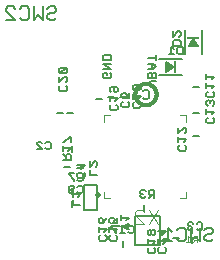
<source format=gbr>
G04 EAGLE Gerber RS-274X export*
G75*
%MOMM*%
%FSLAX34Y34*%
%LPD*%
%INSilkscreen Bottom*%
%IPPOS*%
%AMOC8*
5,1,8,0,0,1.08239X$1,22.5*%
G01*
%ADD10C,0.304800*%
%ADD11C,0.203200*%
%ADD12C,0.152400*%
%ADD13R,0.200000X1.000000*%
%ADD14C,0.127000*%
%ADD15C,0.101600*%
%ADD16R,1.000000X0.200000*%
%ADD17C,0.500000*%
%ADD18C,0.120000*%

G36*
X37631Y178605D02*
X37631Y178605D01*
X37703Y178605D01*
X37771Y178625D01*
X37842Y178635D01*
X37907Y178664D01*
X37976Y178684D01*
X38036Y178722D01*
X38101Y178751D01*
X38156Y178797D01*
X38216Y178835D01*
X38264Y178889D01*
X38318Y178935D01*
X38358Y178994D01*
X38405Y179048D01*
X38436Y179112D01*
X38476Y179171D01*
X38497Y179240D01*
X38528Y179304D01*
X38540Y179374D01*
X38561Y179442D01*
X38563Y179514D01*
X38575Y179585D01*
X38567Y179655D01*
X38569Y179726D01*
X38550Y179796D01*
X38542Y179867D01*
X38517Y179922D01*
X38497Y180001D01*
X38436Y180104D01*
X38405Y180173D01*
X36405Y183173D01*
X36328Y183260D01*
X36255Y183350D01*
X36233Y183365D01*
X36215Y183385D01*
X36118Y183447D01*
X36023Y183514D01*
X35997Y183522D01*
X35975Y183537D01*
X35864Y183569D01*
X35754Y183607D01*
X35727Y183608D01*
X35702Y183615D01*
X35586Y183615D01*
X35470Y183621D01*
X35444Y183615D01*
X35417Y183615D01*
X35306Y183583D01*
X35193Y183557D01*
X35170Y183544D01*
X35144Y183536D01*
X35046Y183474D01*
X34945Y183418D01*
X34929Y183400D01*
X34904Y183385D01*
X34719Y183177D01*
X34715Y183173D01*
X32715Y180173D01*
X32684Y180109D01*
X32645Y180049D01*
X32623Y179981D01*
X32592Y179917D01*
X32580Y179846D01*
X32559Y179778D01*
X32557Y179707D01*
X32545Y179637D01*
X32553Y179565D01*
X32551Y179494D01*
X32569Y179425D01*
X32578Y179354D01*
X32605Y179288D01*
X32623Y179219D01*
X32660Y179158D01*
X32687Y179092D01*
X32732Y179036D01*
X32769Y178974D01*
X32820Y178925D01*
X32865Y178870D01*
X32924Y178829D01*
X32976Y178780D01*
X33039Y178747D01*
X33097Y178706D01*
X33165Y178683D01*
X33229Y178650D01*
X33288Y178640D01*
X33366Y178613D01*
X33485Y178607D01*
X33560Y178595D01*
X37560Y178595D01*
X37631Y178605D01*
G37*
G36*
X14428Y157140D02*
X14428Y157140D01*
X14499Y157138D01*
X14569Y157157D01*
X14640Y157165D01*
X14695Y157190D01*
X14774Y157210D01*
X14877Y157271D01*
X14946Y157302D01*
X17946Y159302D01*
X18033Y159379D01*
X18123Y159452D01*
X18138Y159474D01*
X18158Y159492D01*
X18220Y159589D01*
X18287Y159684D01*
X18295Y159710D01*
X18310Y159732D01*
X18342Y159843D01*
X18380Y159953D01*
X18381Y159980D01*
X18388Y160005D01*
X18388Y160121D01*
X18394Y160237D01*
X18388Y160263D01*
X18388Y160290D01*
X18356Y160401D01*
X18330Y160514D01*
X18317Y160537D01*
X18309Y160563D01*
X18247Y160661D01*
X18191Y160762D01*
X18173Y160778D01*
X18158Y160803D01*
X17950Y160988D01*
X17946Y160992D01*
X14946Y162992D01*
X14882Y163023D01*
X14822Y163063D01*
X14754Y163084D01*
X14690Y163115D01*
X14619Y163127D01*
X14551Y163148D01*
X14480Y163150D01*
X14410Y163162D01*
X14338Y163154D01*
X14267Y163156D01*
X14198Y163138D01*
X14127Y163129D01*
X14061Y163102D01*
X13992Y163084D01*
X13931Y163047D01*
X13865Y163020D01*
X13809Y162975D01*
X13747Y162939D01*
X13698Y162887D01*
X13643Y162842D01*
X13602Y162784D01*
X13553Y162731D01*
X13520Y162668D01*
X13479Y162610D01*
X13456Y162542D01*
X13423Y162478D01*
X13413Y162419D01*
X13386Y162341D01*
X13380Y162222D01*
X13368Y162147D01*
X13368Y158147D01*
X13378Y158076D01*
X13378Y158004D01*
X13398Y157936D01*
X13408Y157866D01*
X13437Y157800D01*
X13457Y157731D01*
X13495Y157671D01*
X13524Y157606D01*
X13570Y157551D01*
X13608Y157491D01*
X13662Y157443D01*
X13708Y157389D01*
X13767Y157349D01*
X13821Y157302D01*
X13885Y157271D01*
X13944Y157232D01*
X14013Y157210D01*
X14077Y157179D01*
X14147Y157167D01*
X14215Y157146D01*
X14287Y157144D01*
X14358Y157132D01*
X14428Y157140D01*
G37*
D10*
X-13425Y136906D02*
X-13422Y137126D01*
X-13414Y137347D01*
X-13401Y137567D01*
X-13382Y137786D01*
X-13357Y138005D01*
X-13328Y138224D01*
X-13293Y138441D01*
X-13252Y138658D01*
X-13207Y138874D01*
X-13156Y139088D01*
X-13100Y139301D01*
X-13038Y139513D01*
X-12972Y139723D01*
X-12900Y139931D01*
X-12823Y140138D01*
X-12741Y140342D01*
X-12655Y140545D01*
X-12563Y140745D01*
X-12466Y140944D01*
X-12365Y141139D01*
X-12258Y141332D01*
X-12147Y141523D01*
X-12032Y141710D01*
X-11912Y141895D01*
X-11787Y142077D01*
X-11658Y142255D01*
X-11524Y142431D01*
X-11387Y142603D01*
X-11245Y142771D01*
X-11099Y142937D01*
X-10949Y143098D01*
X-10795Y143256D01*
X-10637Y143410D01*
X-10476Y143560D01*
X-10310Y143706D01*
X-10142Y143848D01*
X-9970Y143985D01*
X-9794Y144119D01*
X-9616Y144248D01*
X-9434Y144373D01*
X-9249Y144493D01*
X-9062Y144608D01*
X-8871Y144719D01*
X-8678Y144826D01*
X-8483Y144927D01*
X-8284Y145024D01*
X-8084Y145116D01*
X-7881Y145202D01*
X-7677Y145284D01*
X-7470Y145361D01*
X-7262Y145433D01*
X-7052Y145499D01*
X-6840Y145561D01*
X-6627Y145617D01*
X-6413Y145668D01*
X-6197Y145713D01*
X-5980Y145754D01*
X-5763Y145789D01*
X-5544Y145818D01*
X-5325Y145843D01*
X-5106Y145862D01*
X-4886Y145875D01*
X-4665Y145883D01*
X-4445Y145886D01*
X-4225Y145883D01*
X-4004Y145875D01*
X-3784Y145862D01*
X-3565Y145843D01*
X-3346Y145818D01*
X-3127Y145789D01*
X-2910Y145754D01*
X-2693Y145713D01*
X-2477Y145668D01*
X-2263Y145617D01*
X-2050Y145561D01*
X-1838Y145499D01*
X-1628Y145433D01*
X-1420Y145361D01*
X-1213Y145284D01*
X-1009Y145202D01*
X-806Y145116D01*
X-606Y145024D01*
X-407Y144927D01*
X-212Y144826D01*
X-19Y144719D01*
X172Y144608D01*
X359Y144493D01*
X544Y144373D01*
X726Y144248D01*
X904Y144119D01*
X1080Y143985D01*
X1252Y143848D01*
X1420Y143706D01*
X1586Y143560D01*
X1747Y143410D01*
X1905Y143256D01*
X2059Y143098D01*
X2209Y142937D01*
X2355Y142771D01*
X2497Y142603D01*
X2634Y142431D01*
X2768Y142255D01*
X2897Y142077D01*
X3022Y141895D01*
X3142Y141710D01*
X3257Y141523D01*
X3368Y141332D01*
X3475Y141139D01*
X3576Y140944D01*
X3673Y140745D01*
X3765Y140545D01*
X3851Y140342D01*
X3933Y140138D01*
X4010Y139931D01*
X4082Y139723D01*
X4148Y139513D01*
X4210Y139301D01*
X4266Y139088D01*
X4317Y138874D01*
X4362Y138658D01*
X4403Y138441D01*
X4438Y138224D01*
X4467Y138005D01*
X4492Y137786D01*
X4511Y137567D01*
X4524Y137347D01*
X4532Y137126D01*
X4535Y136906D01*
X4532Y136686D01*
X4524Y136465D01*
X4511Y136245D01*
X4492Y136026D01*
X4467Y135807D01*
X4438Y135588D01*
X4403Y135371D01*
X4362Y135154D01*
X4317Y134938D01*
X4266Y134724D01*
X4210Y134511D01*
X4148Y134299D01*
X4082Y134089D01*
X4010Y133881D01*
X3933Y133674D01*
X3851Y133470D01*
X3765Y133267D01*
X3673Y133067D01*
X3576Y132868D01*
X3475Y132673D01*
X3368Y132480D01*
X3257Y132289D01*
X3142Y132102D01*
X3022Y131917D01*
X2897Y131735D01*
X2768Y131557D01*
X2634Y131381D01*
X2497Y131209D01*
X2355Y131041D01*
X2209Y130875D01*
X2059Y130714D01*
X1905Y130556D01*
X1747Y130402D01*
X1586Y130252D01*
X1420Y130106D01*
X1252Y129964D01*
X1080Y129827D01*
X904Y129693D01*
X726Y129564D01*
X544Y129439D01*
X359Y129319D01*
X172Y129204D01*
X-19Y129093D01*
X-212Y128986D01*
X-407Y128885D01*
X-606Y128788D01*
X-806Y128696D01*
X-1009Y128610D01*
X-1213Y128528D01*
X-1420Y128451D01*
X-1628Y128379D01*
X-1838Y128313D01*
X-2050Y128251D01*
X-2263Y128195D01*
X-2477Y128144D01*
X-2693Y128099D01*
X-2910Y128058D01*
X-3127Y128023D01*
X-3346Y127994D01*
X-3565Y127969D01*
X-3784Y127950D01*
X-4004Y127937D01*
X-4225Y127929D01*
X-4445Y127926D01*
X-4665Y127929D01*
X-4886Y127937D01*
X-5106Y127950D01*
X-5325Y127969D01*
X-5544Y127994D01*
X-5763Y128023D01*
X-5980Y128058D01*
X-6197Y128099D01*
X-6413Y128144D01*
X-6627Y128195D01*
X-6840Y128251D01*
X-7052Y128313D01*
X-7262Y128379D01*
X-7470Y128451D01*
X-7677Y128528D01*
X-7881Y128610D01*
X-8084Y128696D01*
X-8284Y128788D01*
X-8483Y128885D01*
X-8678Y128986D01*
X-8871Y129093D01*
X-9062Y129204D01*
X-9249Y129319D01*
X-9434Y129439D01*
X-9616Y129564D01*
X-9794Y129693D01*
X-9970Y129827D01*
X-10142Y129964D01*
X-10310Y130106D01*
X-10476Y130252D01*
X-10637Y130402D01*
X-10795Y130556D01*
X-10949Y130714D01*
X-11099Y130875D01*
X-11245Y131041D01*
X-11387Y131209D01*
X-11524Y131381D01*
X-11658Y131557D01*
X-11787Y131735D01*
X-11912Y131917D01*
X-12032Y132102D01*
X-12147Y132289D01*
X-12258Y132480D01*
X-12365Y132673D01*
X-12466Y132868D01*
X-12563Y133067D01*
X-12655Y133267D01*
X-12741Y133470D01*
X-12823Y133674D01*
X-12900Y133881D01*
X-12972Y134089D01*
X-13038Y134299D01*
X-13100Y134511D01*
X-13156Y134724D01*
X-13207Y134938D01*
X-13252Y135154D01*
X-13293Y135371D01*
X-13328Y135588D01*
X-13357Y135807D01*
X-13382Y136026D01*
X-13401Y136245D01*
X-13414Y136465D01*
X-13422Y136686D01*
X-13425Y136906D01*
D11*
X-7328Y139621D02*
X-5972Y140977D01*
X-3261Y140977D01*
X-1905Y139621D01*
X-1905Y134198D01*
X-3261Y132842D01*
X-5972Y132842D01*
X-7328Y134198D01*
X-66675Y93472D02*
X-66675Y88392D01*
D12*
X-88522Y97034D02*
X-89623Y95932D01*
X-88522Y97034D02*
X-86319Y97034D01*
X-85217Y95932D01*
X-85217Y91526D01*
X-86319Y90424D01*
X-88522Y90424D01*
X-89623Y91526D01*
X-92701Y90424D02*
X-97108Y90424D01*
X-97108Y94830D02*
X-92701Y90424D01*
X-97108Y94830D02*
X-97108Y95932D01*
X-96006Y97034D01*
X-93803Y97034D01*
X-92701Y95932D01*
D11*
X6383Y167147D02*
X26383Y167147D01*
X26383Y153147D02*
X6383Y153147D01*
X12883Y164147D02*
X18883Y160147D01*
X12883Y164147D02*
X12883Y156147D01*
X18883Y160147D01*
D13*
X19883Y160147D03*
D12*
X26621Y170909D02*
X26621Y177519D01*
X26621Y170909D02*
X23316Y170909D01*
X22215Y172011D01*
X22215Y176417D01*
X23316Y177519D01*
X26621Y177519D01*
X19137Y175315D02*
X16934Y177519D01*
X16934Y170909D01*
X19137Y170909D02*
X14730Y170909D01*
D14*
X46985Y24140D02*
X45079Y22233D01*
X46985Y24140D02*
X50798Y24140D01*
X52705Y22233D01*
X52705Y20327D01*
X50798Y18420D01*
X46985Y18420D01*
X45079Y16513D01*
X45079Y14607D01*
X46985Y12700D01*
X50798Y12700D01*
X52705Y14607D01*
X41011Y12700D02*
X41011Y24140D01*
X37198Y16513D02*
X41011Y12700D01*
X37198Y16513D02*
X33385Y12700D01*
X33385Y24140D01*
X23597Y24140D02*
X21691Y22233D01*
X23597Y24140D02*
X27410Y24140D01*
X29317Y22233D01*
X29317Y14607D01*
X27410Y12700D01*
X23597Y12700D01*
X21691Y14607D01*
X17623Y20327D02*
X13810Y24140D01*
X13810Y12700D01*
X17623Y12700D02*
X9997Y12700D01*
D11*
X-57912Y75057D02*
X-62992Y75057D01*
D12*
X-59938Y43071D02*
X-66548Y43071D01*
X-66548Y47477D01*
X-62142Y50555D02*
X-59938Y52758D01*
X-66548Y52758D01*
X-66548Y50555D02*
X-66548Y54961D01*
D11*
X-68961Y75184D02*
X-74041Y75184D01*
D12*
X-57292Y70827D02*
X-56190Y69726D01*
X-56190Y67523D01*
X-57292Y66421D01*
X-61698Y66421D01*
X-62800Y67523D01*
X-62800Y69726D01*
X-61698Y70827D01*
X-62800Y77210D02*
X-56190Y77210D01*
X-59495Y73905D01*
X-59495Y78312D01*
D11*
X-36576Y134874D02*
X-31496Y134874D01*
D12*
X-19827Y130517D02*
X-18725Y129416D01*
X-18725Y127213D01*
X-19827Y126111D01*
X-24233Y126111D01*
X-25335Y127213D01*
X-25335Y129416D01*
X-24233Y130517D01*
X-18725Y133595D02*
X-18725Y138002D01*
X-18725Y133595D02*
X-22030Y133595D01*
X-20929Y135798D01*
X-20929Y136900D01*
X-22030Y138002D01*
X-24233Y138002D01*
X-25335Y136900D01*
X-25335Y134697D01*
X-24233Y133595D01*
D11*
X-66929Y57658D02*
X-66929Y52578D01*
D12*
X-62572Y69327D02*
X-61471Y70429D01*
X-59268Y70429D01*
X-58166Y69327D01*
X-58166Y64921D01*
X-59268Y63819D01*
X-61471Y63819D01*
X-62572Y64921D01*
X-65650Y70429D02*
X-70057Y70429D01*
X-70057Y69327D01*
X-65650Y64921D01*
X-65650Y63819D01*
D11*
X-66802Y46990D02*
X-66802Y41910D01*
D12*
X-62445Y58659D02*
X-61344Y59761D01*
X-59141Y59761D01*
X-58039Y58659D01*
X-58039Y54253D01*
X-59141Y53151D01*
X-61344Y53151D01*
X-62445Y54253D01*
X-65523Y54253D02*
X-66625Y53151D01*
X-68828Y53151D01*
X-69930Y54253D01*
X-69930Y58659D01*
X-68828Y59761D01*
X-66625Y59761D01*
X-65523Y58659D01*
X-65523Y57557D01*
X-66625Y56456D01*
X-69930Y56456D01*
D11*
X-46132Y60484D02*
X-46132Y39338D01*
X-46132Y60484D02*
X-57245Y60484D01*
X-57246Y39338D01*
X-46132Y39338D01*
D12*
X-45587Y68453D02*
X-52197Y68453D01*
X-52197Y72859D01*
X-52197Y75937D02*
X-52197Y80344D01*
X-47791Y80344D02*
X-52197Y75937D01*
X-47791Y80344D02*
X-46689Y80344D01*
X-45587Y79242D01*
X-45587Y77039D01*
X-46689Y75937D01*
D11*
X-26797Y134620D02*
X-21717Y134620D01*
D12*
X-10048Y130263D02*
X-8946Y129162D01*
X-8946Y126959D01*
X-10048Y125857D01*
X-14454Y125857D01*
X-15556Y126959D01*
X-15556Y129162D01*
X-14454Y130263D01*
X-11150Y133341D02*
X-8946Y135544D01*
X-15556Y135544D01*
X-15556Y133341D02*
X-15556Y137748D01*
X-14454Y140825D02*
X-10048Y140825D01*
X-8946Y141927D01*
X-8946Y144130D01*
X-10048Y145232D01*
X-14454Y145232D01*
X-15556Y144130D01*
X-15556Y141927D01*
X-14454Y140825D01*
X-10048Y145232D01*
D11*
X35433Y143510D02*
X40513Y143510D01*
D12*
X52182Y139153D02*
X53284Y138052D01*
X53284Y135849D01*
X52182Y134747D01*
X47776Y134747D01*
X46674Y135849D01*
X46674Y138052D01*
X47776Y139153D01*
X51080Y142231D02*
X53284Y144434D01*
X46674Y144434D01*
X46674Y142231D02*
X46674Y146638D01*
X51080Y149715D02*
X53284Y151919D01*
X46674Y151919D01*
X46674Y154122D02*
X46674Y149715D01*
D11*
X40767Y101600D02*
X35687Y101600D01*
D12*
X28430Y93841D02*
X29532Y92739D01*
X29532Y90536D01*
X28430Y89435D01*
X24024Y89435D01*
X22922Y90536D01*
X22922Y92739D01*
X24024Y93841D01*
X27328Y96919D02*
X29532Y99122D01*
X22922Y99122D01*
X22922Y96919D02*
X22922Y101325D01*
X22922Y104403D02*
X22922Y108809D01*
X22922Y104403D02*
X27328Y108809D01*
X28430Y108809D01*
X29532Y107708D01*
X29532Y105504D01*
X28430Y104403D01*
D11*
X35433Y121285D02*
X40513Y121285D01*
D12*
X52182Y116928D02*
X53284Y115827D01*
X53284Y113624D01*
X52182Y112522D01*
X47776Y112522D01*
X46674Y113624D01*
X46674Y115827D01*
X47776Y116928D01*
X51080Y120006D02*
X53284Y122209D01*
X46674Y122209D01*
X46674Y120006D02*
X46674Y124413D01*
X52182Y127490D02*
X53284Y128592D01*
X53284Y130795D01*
X52182Y131897D01*
X51080Y131897D01*
X49979Y130795D01*
X49979Y129694D01*
X49979Y130795D02*
X48877Y131897D01*
X47776Y131897D01*
X46674Y130795D01*
X46674Y128592D01*
X47776Y127490D01*
D11*
X23622Y15240D02*
X18542Y15240D01*
D12*
X11285Y7481D02*
X12387Y6379D01*
X12387Y4176D01*
X11285Y3075D01*
X6879Y3075D01*
X5777Y4176D01*
X5777Y6379D01*
X6879Y7481D01*
X10183Y10559D02*
X12387Y12762D01*
X5777Y12762D01*
X5777Y10559D02*
X5777Y14965D01*
X5777Y21348D02*
X12387Y21348D01*
X9082Y18043D01*
X9082Y22449D01*
D11*
X-17653Y25400D02*
X-22733Y25400D01*
D12*
X-29990Y17641D02*
X-28888Y16539D01*
X-28888Y14336D01*
X-29990Y13235D01*
X-34396Y13235D01*
X-35498Y14336D01*
X-35498Y16539D01*
X-34396Y17641D01*
X-31092Y20719D02*
X-28888Y22922D01*
X-35498Y22922D01*
X-35498Y20719D02*
X-35498Y25125D01*
X-28888Y28203D02*
X-28888Y32609D01*
X-28888Y28203D02*
X-32193Y28203D01*
X-31092Y30406D01*
X-31092Y31508D01*
X-32193Y32609D01*
X-34396Y32609D01*
X-35498Y31508D01*
X-35498Y29304D01*
X-34396Y28203D01*
D11*
X-31623Y25400D02*
X-26543Y25400D01*
D12*
X-37778Y16539D02*
X-38880Y17641D01*
X-37778Y16539D02*
X-37778Y14336D01*
X-38880Y13235D01*
X-43286Y13235D01*
X-44388Y14336D01*
X-44388Y16539D01*
X-43286Y17641D01*
X-39982Y20719D02*
X-37778Y22922D01*
X-44388Y22922D01*
X-44388Y20719D02*
X-44388Y25125D01*
X-38880Y30406D02*
X-37778Y32609D01*
X-38880Y30406D02*
X-41083Y28203D01*
X-43286Y28203D01*
X-44388Y29304D01*
X-44388Y31508D01*
X-43286Y32609D01*
X-42185Y32609D01*
X-41083Y31508D01*
X-41083Y28203D01*
D14*
X-13675Y34471D02*
X-13675Y9471D01*
X7325Y9471D01*
X7325Y34471D01*
X-13675Y34471D01*
D12*
X-19211Y23085D02*
X-20313Y23085D01*
X-22516Y25288D01*
X-20313Y27491D01*
X-19211Y27491D01*
X-22516Y25288D02*
X-25821Y25288D01*
X-21415Y30569D02*
X-19211Y32772D01*
X-25821Y32772D01*
X-25821Y30569D02*
X-25821Y34975D01*
D11*
X-23749Y13208D02*
X-23749Y8128D01*
D12*
X-19392Y24877D02*
X-18291Y25979D01*
X-16088Y25979D01*
X-14986Y24877D01*
X-14986Y20471D01*
X-16088Y19369D01*
X-18291Y19369D01*
X-19392Y20471D01*
X-22470Y23775D02*
X-24673Y25979D01*
X-24673Y19369D01*
X-22470Y19369D02*
X-26877Y19369D01*
X-29954Y25979D02*
X-34361Y25979D01*
X-34361Y24877D01*
X-29954Y20471D01*
X-29954Y19369D01*
D11*
X9652Y14986D02*
X14732Y14986D01*
D12*
X3497Y6125D02*
X2395Y7227D01*
X3497Y6125D02*
X3497Y3922D01*
X2395Y2821D01*
X-2011Y2821D01*
X-3113Y3922D01*
X-3113Y6125D01*
X-2011Y7227D01*
X1293Y10305D02*
X3497Y12508D01*
X-3113Y12508D01*
X-3113Y10305D02*
X-3113Y14711D01*
X2395Y17789D02*
X3497Y18890D01*
X3497Y21094D01*
X2395Y22195D01*
X1293Y22195D01*
X192Y21094D01*
X-910Y22195D01*
X-2011Y22195D01*
X-3113Y21094D01*
X-3113Y18890D01*
X-2011Y17789D01*
X-910Y17789D01*
X192Y18890D01*
X1293Y17789D01*
X2395Y17789D01*
X192Y18890D02*
X192Y21094D01*
D11*
X-6096Y38227D02*
X-6096Y43307D01*
D12*
X2667Y49468D02*
X2667Y56078D01*
X-638Y56078D01*
X-1739Y54976D01*
X-1739Y52773D01*
X-638Y51671D01*
X2667Y51671D01*
X464Y51671D02*
X-1739Y49468D01*
X-4817Y54976D02*
X-5919Y56078D01*
X-8122Y56078D01*
X-9224Y54976D01*
X-9224Y53874D01*
X-8122Y52773D01*
X-7020Y52773D01*
X-8122Y52773D02*
X-9224Y51671D01*
X-9224Y50570D01*
X-8122Y49468D01*
X-5919Y49468D01*
X-4817Y50570D01*
D11*
X34290Y15875D02*
X34290Y10795D01*
D12*
X38647Y27544D02*
X39748Y28646D01*
X41951Y28646D01*
X43053Y27544D01*
X43053Y23138D01*
X41951Y22036D01*
X39748Y22036D01*
X38647Y23138D01*
X35569Y27544D02*
X34467Y28646D01*
X32264Y28646D01*
X31162Y27544D01*
X31162Y26442D01*
X32264Y25341D01*
X33366Y25341D01*
X32264Y25341D02*
X31162Y24239D01*
X31162Y23138D01*
X32264Y22036D01*
X34467Y22036D01*
X35569Y23138D01*
D11*
X-66040Y121285D02*
X-71120Y121285D01*
D12*
X-68066Y81815D02*
X-74676Y81815D01*
X-68066Y81815D02*
X-68066Y85119D01*
X-69168Y86221D01*
X-71371Y86221D01*
X-72473Y85119D01*
X-72473Y81815D01*
X-72473Y84018D02*
X-74676Y86221D01*
X-70270Y89299D02*
X-68066Y91502D01*
X-74676Y91502D01*
X-74676Y89299D02*
X-74676Y93705D01*
X-68066Y96783D02*
X-68066Y101189D01*
X-69168Y101189D01*
X-73574Y96783D01*
X-74676Y96783D01*
D11*
X-74930Y121285D02*
X-80010Y121285D01*
D12*
X-71368Y143132D02*
X-72470Y144233D01*
X-71368Y143132D02*
X-71368Y140929D01*
X-72470Y139827D01*
X-76876Y139827D01*
X-77978Y140929D01*
X-77978Y143132D01*
X-76876Y144233D01*
X-77978Y147311D02*
X-77978Y151718D01*
X-73572Y151718D02*
X-77978Y147311D01*
X-73572Y151718D02*
X-72470Y151718D01*
X-71368Y150616D01*
X-71368Y148413D01*
X-72470Y147311D01*
X-72470Y154795D02*
X-76876Y154795D01*
X-72470Y154795D02*
X-71368Y155897D01*
X-71368Y158100D01*
X-72470Y159202D01*
X-76876Y159202D01*
X-77978Y158100D01*
X-77978Y155897D01*
X-76876Y154795D01*
X-72470Y159202D01*
D11*
X34290Y24765D02*
X34290Y19685D01*
D15*
X38658Y16958D02*
X38658Y11874D01*
X38658Y16958D02*
X36116Y16958D01*
X35269Y16111D01*
X35269Y14416D01*
X36116Y13569D01*
X38658Y13569D01*
X36963Y13569D02*
X35269Y11874D01*
X33045Y15264D02*
X31350Y16958D01*
X31350Y11874D01*
X29656Y11874D02*
X33045Y11874D01*
D14*
X-87891Y209685D02*
X-85984Y211592D01*
X-82171Y211592D01*
X-80264Y209685D01*
X-80264Y207779D01*
X-82171Y205872D01*
X-85984Y205872D01*
X-87891Y203965D01*
X-87891Y202059D01*
X-85984Y200152D01*
X-82171Y200152D01*
X-80264Y202059D01*
X-91958Y200152D02*
X-91958Y211592D01*
X-95771Y203965D02*
X-91958Y200152D01*
X-95771Y203965D02*
X-99584Y200152D01*
X-99584Y211592D01*
X-109372Y211592D02*
X-111278Y209685D01*
X-109372Y211592D02*
X-105559Y211592D01*
X-103652Y209685D01*
X-103652Y202059D01*
X-105559Y200152D01*
X-109372Y200152D01*
X-111278Y202059D01*
X-115346Y200152D02*
X-122972Y200152D01*
X-115346Y200152D02*
X-122972Y207779D01*
X-122972Y209685D01*
X-121066Y211592D01*
X-117253Y211592D01*
X-115346Y209685D01*
D11*
X-46355Y132715D02*
X-41275Y132715D01*
D12*
X-29606Y128358D02*
X-28504Y127257D01*
X-28504Y125054D01*
X-29606Y123952D01*
X-34012Y123952D01*
X-35114Y125054D01*
X-35114Y127257D01*
X-34012Y128358D01*
X-30708Y131436D02*
X-28504Y133639D01*
X-35114Y133639D01*
X-35114Y131436D02*
X-35114Y135843D01*
X-34012Y138920D02*
X-35114Y140022D01*
X-35114Y142225D01*
X-34012Y143327D01*
X-29606Y143327D01*
X-28504Y142225D01*
X-28504Y140022D01*
X-29606Y138920D01*
X-30708Y138920D01*
X-31809Y140022D01*
X-31809Y143327D01*
X-464Y143545D02*
X3943Y143545D01*
X-464Y143545D02*
X-2667Y145749D01*
X-464Y147952D01*
X3943Y147952D01*
X3943Y151030D02*
X-2667Y151030D01*
X3943Y151030D02*
X3943Y154334D01*
X2841Y155436D01*
X1739Y155436D01*
X638Y154334D01*
X-464Y155436D01*
X-1565Y155436D01*
X-2667Y154334D01*
X-2667Y151030D01*
X638Y151030D02*
X638Y154334D01*
X1739Y158514D02*
X-2667Y158514D01*
X1739Y158514D02*
X3943Y160717D01*
X1739Y162920D01*
X-2667Y162920D01*
X638Y162920D02*
X638Y158514D01*
X-2667Y168201D02*
X3943Y168201D01*
X3943Y165998D02*
X3943Y170404D01*
X-34157Y154334D02*
X-35259Y155436D01*
X-34157Y154334D02*
X-34157Y152131D01*
X-35259Y151030D01*
X-39665Y151030D01*
X-40767Y152131D01*
X-40767Y154334D01*
X-39665Y155436D01*
X-37462Y155436D01*
X-37462Y153233D01*
X-40767Y158514D02*
X-34157Y158514D01*
X-40767Y162920D01*
X-34157Y162920D01*
X-34157Y165998D02*
X-40767Y165998D01*
X-40767Y169303D01*
X-39665Y170404D01*
X-35259Y170404D01*
X-34157Y169303D01*
X-34157Y165998D01*
D11*
X28560Y171610D02*
X28560Y191610D01*
X42560Y191610D02*
X42560Y171610D01*
X31560Y178110D02*
X35560Y184110D01*
X31560Y178110D02*
X39560Y178110D01*
X35560Y184110D01*
D16*
X35560Y185110D03*
D12*
X24804Y178404D02*
X18194Y178404D01*
X18194Y181709D01*
X19296Y182810D01*
X23702Y182810D01*
X24804Y181709D01*
X24804Y178404D01*
X18194Y185888D02*
X18194Y190294D01*
X18194Y185888D02*
X22600Y190294D01*
X23702Y190294D01*
X24804Y189193D01*
X24804Y186989D01*
X23702Y185888D01*
D17*
X-45374Y52188D03*
D18*
X-40334Y54688D02*
X-40334Y49328D01*
X-34974Y49328D01*
X29666Y49328D02*
X29666Y54688D01*
X29666Y49328D02*
X24306Y49328D01*
X29666Y113968D02*
X29666Y119328D01*
X24306Y119328D01*
X-40334Y119328D02*
X-40334Y113968D01*
X-40334Y119328D02*
X-34974Y119328D01*
D15*
X5852Y38980D02*
X-1944Y27286D01*
X5852Y27286D02*
X-1944Y38980D01*
X-5842Y27286D02*
X-13638Y27286D01*
X-5842Y27286D02*
X-13638Y35082D01*
X-13638Y37031D01*
X-11689Y38980D01*
X-7791Y38980D01*
X-5842Y37031D01*
M02*

</source>
